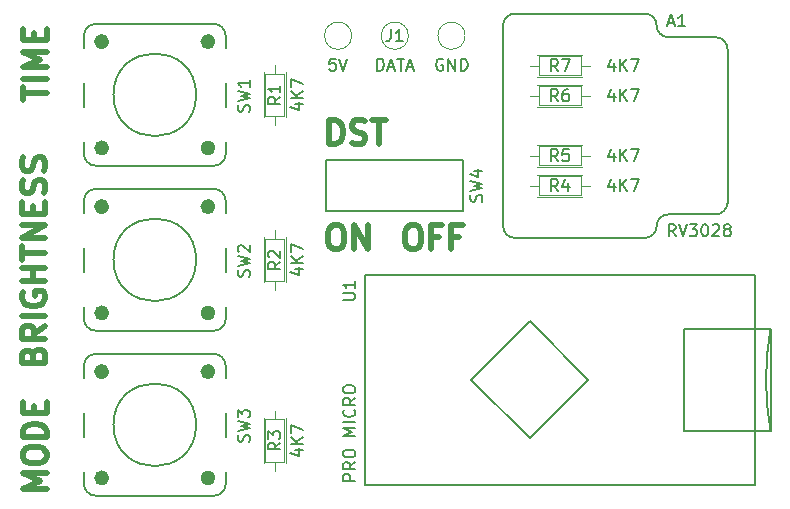
<source format=gbr>
%TF.GenerationSoftware,KiCad,Pcbnew,8.0.6*%
%TF.CreationDate,2024-11-29T18:38:07+11:00*%
%TF.ProjectId,pcb,7063622e-6b69-4636-9164-5f7063625858,rev?*%
%TF.SameCoordinates,Original*%
%TF.FileFunction,Legend,Top*%
%TF.FilePolarity,Positive*%
%FSLAX46Y46*%
G04 Gerber Fmt 4.6, Leading zero omitted, Abs format (unit mm)*
G04 Created by KiCad (PCBNEW 8.0.6) date 2024-11-29 18:38:07*
%MOMM*%
%LPD*%
G01*
G04 APERTURE LIST*
%ADD10C,0.150000*%
%ADD11C,0.500000*%
%ADD12C,0.100000*%
%ADD13C,0.120000*%
%ADD14C,0.203200*%
%ADD15C,0.700000*%
%ADD16C,0.152400*%
G04 APERTURE END LIST*
D10*
X56920000Y-30884819D02*
X56920000Y-29884819D01*
X56920000Y-29884819D02*
X57158095Y-29884819D01*
X57158095Y-29884819D02*
X57300952Y-29932438D01*
X57300952Y-29932438D02*
X57396190Y-30027676D01*
X57396190Y-30027676D02*
X57443809Y-30122914D01*
X57443809Y-30122914D02*
X57491428Y-30313390D01*
X57491428Y-30313390D02*
X57491428Y-30456247D01*
X57491428Y-30456247D02*
X57443809Y-30646723D01*
X57443809Y-30646723D02*
X57396190Y-30741961D01*
X57396190Y-30741961D02*
X57300952Y-30837200D01*
X57300952Y-30837200D02*
X57158095Y-30884819D01*
X57158095Y-30884819D02*
X56920000Y-30884819D01*
X57872381Y-30599104D02*
X58348571Y-30599104D01*
X57777143Y-30884819D02*
X58110476Y-29884819D01*
X58110476Y-29884819D02*
X58443809Y-30884819D01*
X58634286Y-29884819D02*
X59205714Y-29884819D01*
X58920000Y-30884819D02*
X58920000Y-29884819D01*
X59491429Y-30599104D02*
X59967619Y-30599104D01*
X59396191Y-30884819D02*
X59729524Y-29884819D01*
X59729524Y-29884819D02*
X60062857Y-30884819D01*
D11*
X59774385Y-43984238D02*
X60155338Y-43984238D01*
X60155338Y-43984238D02*
X60345814Y-44079476D01*
X60345814Y-44079476D02*
X60536290Y-44269952D01*
X60536290Y-44269952D02*
X60631528Y-44650904D01*
X60631528Y-44650904D02*
X60631528Y-45317571D01*
X60631528Y-45317571D02*
X60536290Y-45698523D01*
X60536290Y-45698523D02*
X60345814Y-45889000D01*
X60345814Y-45889000D02*
X60155338Y-45984238D01*
X60155338Y-45984238D02*
X59774385Y-45984238D01*
X59774385Y-45984238D02*
X59583909Y-45889000D01*
X59583909Y-45889000D02*
X59393433Y-45698523D01*
X59393433Y-45698523D02*
X59298195Y-45317571D01*
X59298195Y-45317571D02*
X59298195Y-44650904D01*
X59298195Y-44650904D02*
X59393433Y-44269952D01*
X59393433Y-44269952D02*
X59583909Y-44079476D01*
X59583909Y-44079476D02*
X59774385Y-43984238D01*
X62155338Y-44936619D02*
X61488671Y-44936619D01*
X61488671Y-45984238D02*
X61488671Y-43984238D01*
X61488671Y-43984238D02*
X62441052Y-43984238D01*
X63869624Y-44936619D02*
X63202957Y-44936619D01*
X63202957Y-45984238D02*
X63202957Y-43984238D01*
X63202957Y-43984238D02*
X64155338Y-43984238D01*
D10*
X53403523Y-29884819D02*
X52927333Y-29884819D01*
X52927333Y-29884819D02*
X52879714Y-30361009D01*
X52879714Y-30361009D02*
X52927333Y-30313390D01*
X52927333Y-30313390D02*
X53022571Y-30265771D01*
X53022571Y-30265771D02*
X53260666Y-30265771D01*
X53260666Y-30265771D02*
X53355904Y-30313390D01*
X53355904Y-30313390D02*
X53403523Y-30361009D01*
X53403523Y-30361009D02*
X53451142Y-30456247D01*
X53451142Y-30456247D02*
X53451142Y-30694342D01*
X53451142Y-30694342D02*
X53403523Y-30789580D01*
X53403523Y-30789580D02*
X53355904Y-30837200D01*
X53355904Y-30837200D02*
X53260666Y-30884819D01*
X53260666Y-30884819D02*
X53022571Y-30884819D01*
X53022571Y-30884819D02*
X52927333Y-30837200D01*
X52927333Y-30837200D02*
X52879714Y-30789580D01*
X53736857Y-29884819D02*
X54070190Y-30884819D01*
X54070190Y-30884819D02*
X54403523Y-29884819D01*
X62484095Y-29932438D02*
X62388857Y-29884819D01*
X62388857Y-29884819D02*
X62246000Y-29884819D01*
X62246000Y-29884819D02*
X62103143Y-29932438D01*
X62103143Y-29932438D02*
X62007905Y-30027676D01*
X62007905Y-30027676D02*
X61960286Y-30122914D01*
X61960286Y-30122914D02*
X61912667Y-30313390D01*
X61912667Y-30313390D02*
X61912667Y-30456247D01*
X61912667Y-30456247D02*
X61960286Y-30646723D01*
X61960286Y-30646723D02*
X62007905Y-30741961D01*
X62007905Y-30741961D02*
X62103143Y-30837200D01*
X62103143Y-30837200D02*
X62246000Y-30884819D01*
X62246000Y-30884819D02*
X62341238Y-30884819D01*
X62341238Y-30884819D02*
X62484095Y-30837200D01*
X62484095Y-30837200D02*
X62531714Y-30789580D01*
X62531714Y-30789580D02*
X62531714Y-30456247D01*
X62531714Y-30456247D02*
X62341238Y-30456247D01*
X62960286Y-30884819D02*
X62960286Y-29884819D01*
X62960286Y-29884819D02*
X63531714Y-30884819D01*
X63531714Y-30884819D02*
X63531714Y-29884819D01*
X64007905Y-30884819D02*
X64007905Y-29884819D01*
X64007905Y-29884819D02*
X64246000Y-29884819D01*
X64246000Y-29884819D02*
X64388857Y-29932438D01*
X64388857Y-29932438D02*
X64484095Y-30027676D01*
X64484095Y-30027676D02*
X64531714Y-30122914D01*
X64531714Y-30122914D02*
X64579333Y-30313390D01*
X64579333Y-30313390D02*
X64579333Y-30456247D01*
X64579333Y-30456247D02*
X64531714Y-30646723D01*
X64531714Y-30646723D02*
X64484095Y-30741961D01*
X64484095Y-30741961D02*
X64388857Y-30837200D01*
X64388857Y-30837200D02*
X64246000Y-30884819D01*
X64246000Y-30884819D02*
X64007905Y-30884819D01*
D11*
X53256089Y-43984238D02*
X53637042Y-43984238D01*
X53637042Y-43984238D02*
X53827518Y-44079476D01*
X53827518Y-44079476D02*
X54017994Y-44269952D01*
X54017994Y-44269952D02*
X54113232Y-44650904D01*
X54113232Y-44650904D02*
X54113232Y-45317571D01*
X54113232Y-45317571D02*
X54017994Y-45698523D01*
X54017994Y-45698523D02*
X53827518Y-45889000D01*
X53827518Y-45889000D02*
X53637042Y-45984238D01*
X53637042Y-45984238D02*
X53256089Y-45984238D01*
X53256089Y-45984238D02*
X53065613Y-45889000D01*
X53065613Y-45889000D02*
X52875137Y-45698523D01*
X52875137Y-45698523D02*
X52779899Y-45317571D01*
X52779899Y-45317571D02*
X52779899Y-44650904D01*
X52779899Y-44650904D02*
X52875137Y-44269952D01*
X52875137Y-44269952D02*
X53065613Y-44079476D01*
X53065613Y-44079476D02*
X53256089Y-43984238D01*
X54970375Y-45984238D02*
X54970375Y-43984238D01*
X54970375Y-43984238D02*
X56113232Y-45984238D01*
X56113232Y-45984238D02*
X56113232Y-43984238D01*
D10*
X76965350Y-30268152D02*
X76965350Y-30934819D01*
X76727255Y-29887200D02*
X76489160Y-30601485D01*
X76489160Y-30601485D02*
X77108207Y-30601485D01*
X77489160Y-30934819D02*
X77489160Y-29934819D01*
X78060588Y-30934819D02*
X77632017Y-30363390D01*
X78060588Y-29934819D02*
X77489160Y-30506247D01*
X78393922Y-29934819D02*
X79060588Y-29934819D01*
X79060588Y-29934819D02*
X78632017Y-30934819D01*
X72223333Y-30934819D02*
X71890000Y-30458628D01*
X71651905Y-30934819D02*
X71651905Y-29934819D01*
X71651905Y-29934819D02*
X72032857Y-29934819D01*
X72032857Y-29934819D02*
X72128095Y-29982438D01*
X72128095Y-29982438D02*
X72175714Y-30030057D01*
X72175714Y-30030057D02*
X72223333Y-30125295D01*
X72223333Y-30125295D02*
X72223333Y-30268152D01*
X72223333Y-30268152D02*
X72175714Y-30363390D01*
X72175714Y-30363390D02*
X72128095Y-30411009D01*
X72128095Y-30411009D02*
X72032857Y-30458628D01*
X72032857Y-30458628D02*
X71651905Y-30458628D01*
X72556667Y-29934819D02*
X73223333Y-29934819D01*
X73223333Y-29934819D02*
X72794762Y-30934819D01*
X65762200Y-41973332D02*
X65809819Y-41830475D01*
X65809819Y-41830475D02*
X65809819Y-41592380D01*
X65809819Y-41592380D02*
X65762200Y-41497142D01*
X65762200Y-41497142D02*
X65714580Y-41449523D01*
X65714580Y-41449523D02*
X65619342Y-41401904D01*
X65619342Y-41401904D02*
X65524104Y-41401904D01*
X65524104Y-41401904D02*
X65428866Y-41449523D01*
X65428866Y-41449523D02*
X65381247Y-41497142D01*
X65381247Y-41497142D02*
X65333628Y-41592380D01*
X65333628Y-41592380D02*
X65286009Y-41782856D01*
X65286009Y-41782856D02*
X65238390Y-41878094D01*
X65238390Y-41878094D02*
X65190771Y-41925713D01*
X65190771Y-41925713D02*
X65095533Y-41973332D01*
X65095533Y-41973332D02*
X65000295Y-41973332D01*
X65000295Y-41973332D02*
X64905057Y-41925713D01*
X64905057Y-41925713D02*
X64857438Y-41878094D01*
X64857438Y-41878094D02*
X64809819Y-41782856D01*
X64809819Y-41782856D02*
X64809819Y-41544761D01*
X64809819Y-41544761D02*
X64857438Y-41401904D01*
X64809819Y-41068570D02*
X65809819Y-40830475D01*
X65809819Y-40830475D02*
X65095533Y-40639999D01*
X65095533Y-40639999D02*
X65809819Y-40449523D01*
X65809819Y-40449523D02*
X64809819Y-40211428D01*
X65143152Y-39401904D02*
X65809819Y-39401904D01*
X64762200Y-39639999D02*
X65476485Y-39878094D01*
X65476485Y-39878094D02*
X65476485Y-39259047D01*
D11*
X52875137Y-37094238D02*
X52875137Y-35094238D01*
X52875137Y-35094238D02*
X53351327Y-35094238D01*
X53351327Y-35094238D02*
X53637042Y-35189476D01*
X53637042Y-35189476D02*
X53827518Y-35379952D01*
X53827518Y-35379952D02*
X53922756Y-35570428D01*
X53922756Y-35570428D02*
X54017994Y-35951380D01*
X54017994Y-35951380D02*
X54017994Y-36237095D01*
X54017994Y-36237095D02*
X53922756Y-36618047D01*
X53922756Y-36618047D02*
X53827518Y-36808523D01*
X53827518Y-36808523D02*
X53637042Y-36999000D01*
X53637042Y-36999000D02*
X53351327Y-37094238D01*
X53351327Y-37094238D02*
X52875137Y-37094238D01*
X54779899Y-36999000D02*
X55065613Y-37094238D01*
X55065613Y-37094238D02*
X55541804Y-37094238D01*
X55541804Y-37094238D02*
X55732280Y-36999000D01*
X55732280Y-36999000D02*
X55827518Y-36903761D01*
X55827518Y-36903761D02*
X55922756Y-36713285D01*
X55922756Y-36713285D02*
X55922756Y-36522809D01*
X55922756Y-36522809D02*
X55827518Y-36332333D01*
X55827518Y-36332333D02*
X55732280Y-36237095D01*
X55732280Y-36237095D02*
X55541804Y-36141857D01*
X55541804Y-36141857D02*
X55160851Y-36046619D01*
X55160851Y-36046619D02*
X54970375Y-35951380D01*
X54970375Y-35951380D02*
X54875137Y-35856142D01*
X54875137Y-35856142D02*
X54779899Y-35665666D01*
X54779899Y-35665666D02*
X54779899Y-35475190D01*
X54779899Y-35475190D02*
X54875137Y-35284714D01*
X54875137Y-35284714D02*
X54970375Y-35189476D01*
X54970375Y-35189476D02*
X55160851Y-35094238D01*
X55160851Y-35094238D02*
X55637042Y-35094238D01*
X55637042Y-35094238D02*
X55922756Y-35189476D01*
X56494185Y-35094238D02*
X57637042Y-35094238D01*
X57065613Y-37094238D02*
X57065613Y-35094238D01*
D10*
X82188207Y-44904819D02*
X81854874Y-44428628D01*
X81616779Y-44904819D02*
X81616779Y-43904819D01*
X81616779Y-43904819D02*
X81997731Y-43904819D01*
X81997731Y-43904819D02*
X82092969Y-43952438D01*
X82092969Y-43952438D02*
X82140588Y-44000057D01*
X82140588Y-44000057D02*
X82188207Y-44095295D01*
X82188207Y-44095295D02*
X82188207Y-44238152D01*
X82188207Y-44238152D02*
X82140588Y-44333390D01*
X82140588Y-44333390D02*
X82092969Y-44381009D01*
X82092969Y-44381009D02*
X81997731Y-44428628D01*
X81997731Y-44428628D02*
X81616779Y-44428628D01*
X82473922Y-43904819D02*
X82807255Y-44904819D01*
X82807255Y-44904819D02*
X83140588Y-43904819D01*
X83378684Y-43904819D02*
X83997731Y-43904819D01*
X83997731Y-43904819D02*
X83664398Y-44285771D01*
X83664398Y-44285771D02*
X83807255Y-44285771D01*
X83807255Y-44285771D02*
X83902493Y-44333390D01*
X83902493Y-44333390D02*
X83950112Y-44381009D01*
X83950112Y-44381009D02*
X83997731Y-44476247D01*
X83997731Y-44476247D02*
X83997731Y-44714342D01*
X83997731Y-44714342D02*
X83950112Y-44809580D01*
X83950112Y-44809580D02*
X83902493Y-44857200D01*
X83902493Y-44857200D02*
X83807255Y-44904819D01*
X83807255Y-44904819D02*
X83521541Y-44904819D01*
X83521541Y-44904819D02*
X83426303Y-44857200D01*
X83426303Y-44857200D02*
X83378684Y-44809580D01*
X84616779Y-43904819D02*
X84712017Y-43904819D01*
X84712017Y-43904819D02*
X84807255Y-43952438D01*
X84807255Y-43952438D02*
X84854874Y-44000057D01*
X84854874Y-44000057D02*
X84902493Y-44095295D01*
X84902493Y-44095295D02*
X84950112Y-44285771D01*
X84950112Y-44285771D02*
X84950112Y-44523866D01*
X84950112Y-44523866D02*
X84902493Y-44714342D01*
X84902493Y-44714342D02*
X84854874Y-44809580D01*
X84854874Y-44809580D02*
X84807255Y-44857200D01*
X84807255Y-44857200D02*
X84712017Y-44904819D01*
X84712017Y-44904819D02*
X84616779Y-44904819D01*
X84616779Y-44904819D02*
X84521541Y-44857200D01*
X84521541Y-44857200D02*
X84473922Y-44809580D01*
X84473922Y-44809580D02*
X84426303Y-44714342D01*
X84426303Y-44714342D02*
X84378684Y-44523866D01*
X84378684Y-44523866D02*
X84378684Y-44285771D01*
X84378684Y-44285771D02*
X84426303Y-44095295D01*
X84426303Y-44095295D02*
X84473922Y-44000057D01*
X84473922Y-44000057D02*
X84521541Y-43952438D01*
X84521541Y-43952438D02*
X84616779Y-43904819D01*
X85331065Y-44000057D02*
X85378684Y-43952438D01*
X85378684Y-43952438D02*
X85473922Y-43904819D01*
X85473922Y-43904819D02*
X85712017Y-43904819D01*
X85712017Y-43904819D02*
X85807255Y-43952438D01*
X85807255Y-43952438D02*
X85854874Y-44000057D01*
X85854874Y-44000057D02*
X85902493Y-44095295D01*
X85902493Y-44095295D02*
X85902493Y-44190533D01*
X85902493Y-44190533D02*
X85854874Y-44333390D01*
X85854874Y-44333390D02*
X85283446Y-44904819D01*
X85283446Y-44904819D02*
X85902493Y-44904819D01*
X86473922Y-44333390D02*
X86378684Y-44285771D01*
X86378684Y-44285771D02*
X86331065Y-44238152D01*
X86331065Y-44238152D02*
X86283446Y-44142914D01*
X86283446Y-44142914D02*
X86283446Y-44095295D01*
X86283446Y-44095295D02*
X86331065Y-44000057D01*
X86331065Y-44000057D02*
X86378684Y-43952438D01*
X86378684Y-43952438D02*
X86473922Y-43904819D01*
X86473922Y-43904819D02*
X86664398Y-43904819D01*
X86664398Y-43904819D02*
X86759636Y-43952438D01*
X86759636Y-43952438D02*
X86807255Y-44000057D01*
X86807255Y-44000057D02*
X86854874Y-44095295D01*
X86854874Y-44095295D02*
X86854874Y-44142914D01*
X86854874Y-44142914D02*
X86807255Y-44238152D01*
X86807255Y-44238152D02*
X86759636Y-44285771D01*
X86759636Y-44285771D02*
X86664398Y-44333390D01*
X86664398Y-44333390D02*
X86473922Y-44333390D01*
X86473922Y-44333390D02*
X86378684Y-44381009D01*
X86378684Y-44381009D02*
X86331065Y-44428628D01*
X86331065Y-44428628D02*
X86283446Y-44523866D01*
X86283446Y-44523866D02*
X86283446Y-44714342D01*
X86283446Y-44714342D02*
X86331065Y-44809580D01*
X86331065Y-44809580D02*
X86378684Y-44857200D01*
X86378684Y-44857200D02*
X86473922Y-44904819D01*
X86473922Y-44904819D02*
X86664398Y-44904819D01*
X86664398Y-44904819D02*
X86759636Y-44857200D01*
X86759636Y-44857200D02*
X86807255Y-44809580D01*
X86807255Y-44809580D02*
X86854874Y-44714342D01*
X86854874Y-44714342D02*
X86854874Y-44523866D01*
X86854874Y-44523866D02*
X86807255Y-44428628D01*
X86807255Y-44428628D02*
X86759636Y-44381009D01*
X86759636Y-44381009D02*
X86664398Y-44333390D01*
X81569160Y-26839104D02*
X82045350Y-26839104D01*
X81473922Y-27124819D02*
X81807255Y-26124819D01*
X81807255Y-26124819D02*
X82140588Y-27124819D01*
X82997731Y-27124819D02*
X82426303Y-27124819D01*
X82712017Y-27124819D02*
X82712017Y-26124819D01*
X82712017Y-26124819D02*
X82616779Y-26267676D01*
X82616779Y-26267676D02*
X82521541Y-26362914D01*
X82521541Y-26362914D02*
X82426303Y-26410533D01*
X46077200Y-48323332D02*
X46124819Y-48180475D01*
X46124819Y-48180475D02*
X46124819Y-47942380D01*
X46124819Y-47942380D02*
X46077200Y-47847142D01*
X46077200Y-47847142D02*
X46029580Y-47799523D01*
X46029580Y-47799523D02*
X45934342Y-47751904D01*
X45934342Y-47751904D02*
X45839104Y-47751904D01*
X45839104Y-47751904D02*
X45743866Y-47799523D01*
X45743866Y-47799523D02*
X45696247Y-47847142D01*
X45696247Y-47847142D02*
X45648628Y-47942380D01*
X45648628Y-47942380D02*
X45601009Y-48132856D01*
X45601009Y-48132856D02*
X45553390Y-48228094D01*
X45553390Y-48228094D02*
X45505771Y-48275713D01*
X45505771Y-48275713D02*
X45410533Y-48323332D01*
X45410533Y-48323332D02*
X45315295Y-48323332D01*
X45315295Y-48323332D02*
X45220057Y-48275713D01*
X45220057Y-48275713D02*
X45172438Y-48228094D01*
X45172438Y-48228094D02*
X45124819Y-48132856D01*
X45124819Y-48132856D02*
X45124819Y-47894761D01*
X45124819Y-47894761D02*
X45172438Y-47751904D01*
X45124819Y-47418570D02*
X46124819Y-47180475D01*
X46124819Y-47180475D02*
X45410533Y-46989999D01*
X45410533Y-46989999D02*
X46124819Y-46799523D01*
X46124819Y-46799523D02*
X45124819Y-46561428D01*
X45220057Y-46228094D02*
X45172438Y-46180475D01*
X45172438Y-46180475D02*
X45124819Y-46085237D01*
X45124819Y-46085237D02*
X45124819Y-45847142D01*
X45124819Y-45847142D02*
X45172438Y-45751904D01*
X45172438Y-45751904D02*
X45220057Y-45704285D01*
X45220057Y-45704285D02*
X45315295Y-45656666D01*
X45315295Y-45656666D02*
X45410533Y-45656666D01*
X45410533Y-45656666D02*
X45553390Y-45704285D01*
X45553390Y-45704285D02*
X46124819Y-46275713D01*
X46124819Y-46275713D02*
X46124819Y-45656666D01*
D11*
X27791619Y-54989999D02*
X27886857Y-54704285D01*
X27886857Y-54704285D02*
X27982095Y-54609047D01*
X27982095Y-54609047D02*
X28172571Y-54513809D01*
X28172571Y-54513809D02*
X28458285Y-54513809D01*
X28458285Y-54513809D02*
X28648761Y-54609047D01*
X28648761Y-54609047D02*
X28744000Y-54704285D01*
X28744000Y-54704285D02*
X28839238Y-54894761D01*
X28839238Y-54894761D02*
X28839238Y-55656666D01*
X28839238Y-55656666D02*
X26839238Y-55656666D01*
X26839238Y-55656666D02*
X26839238Y-54989999D01*
X26839238Y-54989999D02*
X26934476Y-54799523D01*
X26934476Y-54799523D02*
X27029714Y-54704285D01*
X27029714Y-54704285D02*
X27220190Y-54609047D01*
X27220190Y-54609047D02*
X27410666Y-54609047D01*
X27410666Y-54609047D02*
X27601142Y-54704285D01*
X27601142Y-54704285D02*
X27696380Y-54799523D01*
X27696380Y-54799523D02*
X27791619Y-54989999D01*
X27791619Y-54989999D02*
X27791619Y-55656666D01*
X28839238Y-52513809D02*
X27886857Y-53180476D01*
X28839238Y-53656666D02*
X26839238Y-53656666D01*
X26839238Y-53656666D02*
X26839238Y-52894761D01*
X26839238Y-52894761D02*
X26934476Y-52704285D01*
X26934476Y-52704285D02*
X27029714Y-52609047D01*
X27029714Y-52609047D02*
X27220190Y-52513809D01*
X27220190Y-52513809D02*
X27505904Y-52513809D01*
X27505904Y-52513809D02*
X27696380Y-52609047D01*
X27696380Y-52609047D02*
X27791619Y-52704285D01*
X27791619Y-52704285D02*
X27886857Y-52894761D01*
X27886857Y-52894761D02*
X27886857Y-53656666D01*
X28839238Y-51656666D02*
X26839238Y-51656666D01*
X26934476Y-49656666D02*
X26839238Y-49847142D01*
X26839238Y-49847142D02*
X26839238Y-50132856D01*
X26839238Y-50132856D02*
X26934476Y-50418571D01*
X26934476Y-50418571D02*
X27124952Y-50609047D01*
X27124952Y-50609047D02*
X27315428Y-50704285D01*
X27315428Y-50704285D02*
X27696380Y-50799523D01*
X27696380Y-50799523D02*
X27982095Y-50799523D01*
X27982095Y-50799523D02*
X28363047Y-50704285D01*
X28363047Y-50704285D02*
X28553523Y-50609047D01*
X28553523Y-50609047D02*
X28744000Y-50418571D01*
X28744000Y-50418571D02*
X28839238Y-50132856D01*
X28839238Y-50132856D02*
X28839238Y-49942380D01*
X28839238Y-49942380D02*
X28744000Y-49656666D01*
X28744000Y-49656666D02*
X28648761Y-49561428D01*
X28648761Y-49561428D02*
X27982095Y-49561428D01*
X27982095Y-49561428D02*
X27982095Y-49942380D01*
X28839238Y-48704285D02*
X26839238Y-48704285D01*
X27791619Y-48704285D02*
X27791619Y-47561428D01*
X28839238Y-47561428D02*
X26839238Y-47561428D01*
X26839238Y-46894761D02*
X26839238Y-45751904D01*
X28839238Y-46323333D02*
X26839238Y-46323333D01*
X28839238Y-45085237D02*
X26839238Y-45085237D01*
X26839238Y-45085237D02*
X28839238Y-43942380D01*
X28839238Y-43942380D02*
X26839238Y-43942380D01*
X27791619Y-42989999D02*
X27791619Y-42323332D01*
X28839238Y-42037618D02*
X28839238Y-42989999D01*
X28839238Y-42989999D02*
X26839238Y-42989999D01*
X26839238Y-42989999D02*
X26839238Y-42037618D01*
X28744000Y-41275713D02*
X28839238Y-40989999D01*
X28839238Y-40989999D02*
X28839238Y-40513808D01*
X28839238Y-40513808D02*
X28744000Y-40323332D01*
X28744000Y-40323332D02*
X28648761Y-40228094D01*
X28648761Y-40228094D02*
X28458285Y-40132856D01*
X28458285Y-40132856D02*
X28267809Y-40132856D01*
X28267809Y-40132856D02*
X28077333Y-40228094D01*
X28077333Y-40228094D02*
X27982095Y-40323332D01*
X27982095Y-40323332D02*
X27886857Y-40513808D01*
X27886857Y-40513808D02*
X27791619Y-40894761D01*
X27791619Y-40894761D02*
X27696380Y-41085237D01*
X27696380Y-41085237D02*
X27601142Y-41180475D01*
X27601142Y-41180475D02*
X27410666Y-41275713D01*
X27410666Y-41275713D02*
X27220190Y-41275713D01*
X27220190Y-41275713D02*
X27029714Y-41180475D01*
X27029714Y-41180475D02*
X26934476Y-41085237D01*
X26934476Y-41085237D02*
X26839238Y-40894761D01*
X26839238Y-40894761D02*
X26839238Y-40418570D01*
X26839238Y-40418570D02*
X26934476Y-40132856D01*
X28744000Y-39370951D02*
X28839238Y-39085237D01*
X28839238Y-39085237D02*
X28839238Y-38609046D01*
X28839238Y-38609046D02*
X28744000Y-38418570D01*
X28744000Y-38418570D02*
X28648761Y-38323332D01*
X28648761Y-38323332D02*
X28458285Y-38228094D01*
X28458285Y-38228094D02*
X28267809Y-38228094D01*
X28267809Y-38228094D02*
X28077333Y-38323332D01*
X28077333Y-38323332D02*
X27982095Y-38418570D01*
X27982095Y-38418570D02*
X27886857Y-38609046D01*
X27886857Y-38609046D02*
X27791619Y-38989999D01*
X27791619Y-38989999D02*
X27696380Y-39180475D01*
X27696380Y-39180475D02*
X27601142Y-39275713D01*
X27601142Y-39275713D02*
X27410666Y-39370951D01*
X27410666Y-39370951D02*
X27220190Y-39370951D01*
X27220190Y-39370951D02*
X27029714Y-39275713D01*
X27029714Y-39275713D02*
X26934476Y-39180475D01*
X26934476Y-39180475D02*
X26839238Y-38989999D01*
X26839238Y-38989999D02*
X26839238Y-38513808D01*
X26839238Y-38513808D02*
X26934476Y-38228094D01*
D10*
X49968152Y-63015714D02*
X50634819Y-63015714D01*
X49587200Y-63253809D02*
X50301485Y-63491904D01*
X50301485Y-63491904D02*
X50301485Y-62872857D01*
X50634819Y-62491904D02*
X49634819Y-62491904D01*
X50634819Y-61920476D02*
X50063390Y-62349047D01*
X49634819Y-61920476D02*
X50206247Y-62491904D01*
X49634819Y-61587142D02*
X49634819Y-60920476D01*
X49634819Y-60920476D02*
X50634819Y-61349047D01*
X48714819Y-62396666D02*
X48238628Y-62729999D01*
X48714819Y-62968094D02*
X47714819Y-62968094D01*
X47714819Y-62968094D02*
X47714819Y-62587142D01*
X47714819Y-62587142D02*
X47762438Y-62491904D01*
X47762438Y-62491904D02*
X47810057Y-62444285D01*
X47810057Y-62444285D02*
X47905295Y-62396666D01*
X47905295Y-62396666D02*
X48048152Y-62396666D01*
X48048152Y-62396666D02*
X48143390Y-62444285D01*
X48143390Y-62444285D02*
X48191009Y-62491904D01*
X48191009Y-62491904D02*
X48238628Y-62587142D01*
X48238628Y-62587142D02*
X48238628Y-62968094D01*
X47714819Y-62063332D02*
X47714819Y-61444285D01*
X47714819Y-61444285D02*
X48095771Y-61777618D01*
X48095771Y-61777618D02*
X48095771Y-61634761D01*
X48095771Y-61634761D02*
X48143390Y-61539523D01*
X48143390Y-61539523D02*
X48191009Y-61491904D01*
X48191009Y-61491904D02*
X48286247Y-61444285D01*
X48286247Y-61444285D02*
X48524342Y-61444285D01*
X48524342Y-61444285D02*
X48619580Y-61491904D01*
X48619580Y-61491904D02*
X48667200Y-61539523D01*
X48667200Y-61539523D02*
X48714819Y-61634761D01*
X48714819Y-61634761D02*
X48714819Y-61920475D01*
X48714819Y-61920475D02*
X48667200Y-62015713D01*
X48667200Y-62015713D02*
X48619580Y-62063332D01*
X76965350Y-40428152D02*
X76965350Y-41094819D01*
X76727255Y-40047200D02*
X76489160Y-40761485D01*
X76489160Y-40761485D02*
X77108207Y-40761485D01*
X77489160Y-41094819D02*
X77489160Y-40094819D01*
X78060588Y-41094819D02*
X77632017Y-40523390D01*
X78060588Y-40094819D02*
X77489160Y-40666247D01*
X78393922Y-40094819D02*
X79060588Y-40094819D01*
X79060588Y-40094819D02*
X78632017Y-41094819D01*
X72223333Y-41094819D02*
X71890000Y-40618628D01*
X71651905Y-41094819D02*
X71651905Y-40094819D01*
X71651905Y-40094819D02*
X72032857Y-40094819D01*
X72032857Y-40094819D02*
X72128095Y-40142438D01*
X72128095Y-40142438D02*
X72175714Y-40190057D01*
X72175714Y-40190057D02*
X72223333Y-40285295D01*
X72223333Y-40285295D02*
X72223333Y-40428152D01*
X72223333Y-40428152D02*
X72175714Y-40523390D01*
X72175714Y-40523390D02*
X72128095Y-40571009D01*
X72128095Y-40571009D02*
X72032857Y-40618628D01*
X72032857Y-40618628D02*
X71651905Y-40618628D01*
X73080476Y-40428152D02*
X73080476Y-41094819D01*
X72842381Y-40047200D02*
X72604286Y-40761485D01*
X72604286Y-40761485D02*
X73223333Y-40761485D01*
X58086666Y-27394819D02*
X58086666Y-28109104D01*
X58086666Y-28109104D02*
X58039047Y-28251961D01*
X58039047Y-28251961D02*
X57943809Y-28347200D01*
X57943809Y-28347200D02*
X57800952Y-28394819D01*
X57800952Y-28394819D02*
X57705714Y-28394819D01*
X59086666Y-28394819D02*
X58515238Y-28394819D01*
X58800952Y-28394819D02*
X58800952Y-27394819D01*
X58800952Y-27394819D02*
X58705714Y-27537676D01*
X58705714Y-27537676D02*
X58610476Y-27632914D01*
X58610476Y-27632914D02*
X58515238Y-27680533D01*
X49968152Y-33725714D02*
X50634819Y-33725714D01*
X49587200Y-33963809D02*
X50301485Y-34201904D01*
X50301485Y-34201904D02*
X50301485Y-33582857D01*
X50634819Y-33201904D02*
X49634819Y-33201904D01*
X50634819Y-32630476D02*
X50063390Y-33059047D01*
X49634819Y-32630476D02*
X50206247Y-33201904D01*
X49634819Y-32297142D02*
X49634819Y-31630476D01*
X49634819Y-31630476D02*
X50634819Y-32059047D01*
X48714819Y-33106666D02*
X48238628Y-33439999D01*
X48714819Y-33678094D02*
X47714819Y-33678094D01*
X47714819Y-33678094D02*
X47714819Y-33297142D01*
X47714819Y-33297142D02*
X47762438Y-33201904D01*
X47762438Y-33201904D02*
X47810057Y-33154285D01*
X47810057Y-33154285D02*
X47905295Y-33106666D01*
X47905295Y-33106666D02*
X48048152Y-33106666D01*
X48048152Y-33106666D02*
X48143390Y-33154285D01*
X48143390Y-33154285D02*
X48191009Y-33201904D01*
X48191009Y-33201904D02*
X48238628Y-33297142D01*
X48238628Y-33297142D02*
X48238628Y-33678094D01*
X48714819Y-32154285D02*
X48714819Y-32725713D01*
X48714819Y-32439999D02*
X47714819Y-32439999D01*
X47714819Y-32439999D02*
X47857676Y-32535237D01*
X47857676Y-32535237D02*
X47952914Y-32630475D01*
X47952914Y-32630475D02*
X48000533Y-32725713D01*
X76965350Y-37888152D02*
X76965350Y-38554819D01*
X76727255Y-37507200D02*
X76489160Y-38221485D01*
X76489160Y-38221485D02*
X77108207Y-38221485D01*
X77489160Y-38554819D02*
X77489160Y-37554819D01*
X78060588Y-38554819D02*
X77632017Y-37983390D01*
X78060588Y-37554819D02*
X77489160Y-38126247D01*
X78393922Y-37554819D02*
X79060588Y-37554819D01*
X79060588Y-37554819D02*
X78632017Y-38554819D01*
X72223333Y-38554819D02*
X71890000Y-38078628D01*
X71651905Y-38554819D02*
X71651905Y-37554819D01*
X71651905Y-37554819D02*
X72032857Y-37554819D01*
X72032857Y-37554819D02*
X72128095Y-37602438D01*
X72128095Y-37602438D02*
X72175714Y-37650057D01*
X72175714Y-37650057D02*
X72223333Y-37745295D01*
X72223333Y-37745295D02*
X72223333Y-37888152D01*
X72223333Y-37888152D02*
X72175714Y-37983390D01*
X72175714Y-37983390D02*
X72128095Y-38031009D01*
X72128095Y-38031009D02*
X72032857Y-38078628D01*
X72032857Y-38078628D02*
X71651905Y-38078628D01*
X73128095Y-37554819D02*
X72651905Y-37554819D01*
X72651905Y-37554819D02*
X72604286Y-38031009D01*
X72604286Y-38031009D02*
X72651905Y-37983390D01*
X72651905Y-37983390D02*
X72747143Y-37935771D01*
X72747143Y-37935771D02*
X72985238Y-37935771D01*
X72985238Y-37935771D02*
X73080476Y-37983390D01*
X73080476Y-37983390D02*
X73128095Y-38031009D01*
X73128095Y-38031009D02*
X73175714Y-38126247D01*
X73175714Y-38126247D02*
X73175714Y-38364342D01*
X73175714Y-38364342D02*
X73128095Y-38459580D01*
X73128095Y-38459580D02*
X73080476Y-38507200D01*
X73080476Y-38507200D02*
X72985238Y-38554819D01*
X72985238Y-38554819D02*
X72747143Y-38554819D01*
X72747143Y-38554819D02*
X72651905Y-38507200D01*
X72651905Y-38507200D02*
X72604286Y-38459580D01*
X54044819Y-50291904D02*
X54854342Y-50291904D01*
X54854342Y-50291904D02*
X54949580Y-50244285D01*
X54949580Y-50244285D02*
X54997200Y-50196666D01*
X54997200Y-50196666D02*
X55044819Y-50101428D01*
X55044819Y-50101428D02*
X55044819Y-49910952D01*
X55044819Y-49910952D02*
X54997200Y-49815714D01*
X54997200Y-49815714D02*
X54949580Y-49768095D01*
X54949580Y-49768095D02*
X54854342Y-49720476D01*
X54854342Y-49720476D02*
X54044819Y-49720476D01*
X55044819Y-48720476D02*
X55044819Y-49291904D01*
X55044819Y-49006190D02*
X54044819Y-49006190D01*
X54044819Y-49006190D02*
X54187676Y-49101428D01*
X54187676Y-49101428D02*
X54282914Y-49196666D01*
X54282914Y-49196666D02*
X54330533Y-49291904D01*
X55064819Y-65594999D02*
X54064819Y-65594999D01*
X54064819Y-65594999D02*
X54064819Y-65214047D01*
X54064819Y-65214047D02*
X54112438Y-65118809D01*
X54112438Y-65118809D02*
X54160057Y-65071190D01*
X54160057Y-65071190D02*
X54255295Y-65023571D01*
X54255295Y-65023571D02*
X54398152Y-65023571D01*
X54398152Y-65023571D02*
X54493390Y-65071190D01*
X54493390Y-65071190D02*
X54541009Y-65118809D01*
X54541009Y-65118809D02*
X54588628Y-65214047D01*
X54588628Y-65214047D02*
X54588628Y-65594999D01*
X55064819Y-64023571D02*
X54588628Y-64356904D01*
X55064819Y-64594999D02*
X54064819Y-64594999D01*
X54064819Y-64594999D02*
X54064819Y-64214047D01*
X54064819Y-64214047D02*
X54112438Y-64118809D01*
X54112438Y-64118809D02*
X54160057Y-64071190D01*
X54160057Y-64071190D02*
X54255295Y-64023571D01*
X54255295Y-64023571D02*
X54398152Y-64023571D01*
X54398152Y-64023571D02*
X54493390Y-64071190D01*
X54493390Y-64071190D02*
X54541009Y-64118809D01*
X54541009Y-64118809D02*
X54588628Y-64214047D01*
X54588628Y-64214047D02*
X54588628Y-64594999D01*
X54064819Y-63404523D02*
X54064819Y-63214047D01*
X54064819Y-63214047D02*
X54112438Y-63118809D01*
X54112438Y-63118809D02*
X54207676Y-63023571D01*
X54207676Y-63023571D02*
X54398152Y-62975952D01*
X54398152Y-62975952D02*
X54731485Y-62975952D01*
X54731485Y-62975952D02*
X54921961Y-63023571D01*
X54921961Y-63023571D02*
X55017200Y-63118809D01*
X55017200Y-63118809D02*
X55064819Y-63214047D01*
X55064819Y-63214047D02*
X55064819Y-63404523D01*
X55064819Y-63404523D02*
X55017200Y-63499761D01*
X55017200Y-63499761D02*
X54921961Y-63594999D01*
X54921961Y-63594999D02*
X54731485Y-63642618D01*
X54731485Y-63642618D02*
X54398152Y-63642618D01*
X54398152Y-63642618D02*
X54207676Y-63594999D01*
X54207676Y-63594999D02*
X54112438Y-63499761D01*
X54112438Y-63499761D02*
X54064819Y-63404523D01*
X55064819Y-61785475D02*
X54064819Y-61785475D01*
X54064819Y-61785475D02*
X54779104Y-61452142D01*
X54779104Y-61452142D02*
X54064819Y-61118809D01*
X54064819Y-61118809D02*
X55064819Y-61118809D01*
X55064819Y-60642618D02*
X54064819Y-60642618D01*
X54969580Y-59595000D02*
X55017200Y-59642619D01*
X55017200Y-59642619D02*
X55064819Y-59785476D01*
X55064819Y-59785476D02*
X55064819Y-59880714D01*
X55064819Y-59880714D02*
X55017200Y-60023571D01*
X55017200Y-60023571D02*
X54921961Y-60118809D01*
X54921961Y-60118809D02*
X54826723Y-60166428D01*
X54826723Y-60166428D02*
X54636247Y-60214047D01*
X54636247Y-60214047D02*
X54493390Y-60214047D01*
X54493390Y-60214047D02*
X54302914Y-60166428D01*
X54302914Y-60166428D02*
X54207676Y-60118809D01*
X54207676Y-60118809D02*
X54112438Y-60023571D01*
X54112438Y-60023571D02*
X54064819Y-59880714D01*
X54064819Y-59880714D02*
X54064819Y-59785476D01*
X54064819Y-59785476D02*
X54112438Y-59642619D01*
X54112438Y-59642619D02*
X54160057Y-59595000D01*
X55064819Y-58595000D02*
X54588628Y-58928333D01*
X55064819Y-59166428D02*
X54064819Y-59166428D01*
X54064819Y-59166428D02*
X54064819Y-58785476D01*
X54064819Y-58785476D02*
X54112438Y-58690238D01*
X54112438Y-58690238D02*
X54160057Y-58642619D01*
X54160057Y-58642619D02*
X54255295Y-58595000D01*
X54255295Y-58595000D02*
X54398152Y-58595000D01*
X54398152Y-58595000D02*
X54493390Y-58642619D01*
X54493390Y-58642619D02*
X54541009Y-58690238D01*
X54541009Y-58690238D02*
X54588628Y-58785476D01*
X54588628Y-58785476D02*
X54588628Y-59166428D01*
X54064819Y-57975952D02*
X54064819Y-57785476D01*
X54064819Y-57785476D02*
X54112438Y-57690238D01*
X54112438Y-57690238D02*
X54207676Y-57595000D01*
X54207676Y-57595000D02*
X54398152Y-57547381D01*
X54398152Y-57547381D02*
X54731485Y-57547381D01*
X54731485Y-57547381D02*
X54921961Y-57595000D01*
X54921961Y-57595000D02*
X55017200Y-57690238D01*
X55017200Y-57690238D02*
X55064819Y-57785476D01*
X55064819Y-57785476D02*
X55064819Y-57975952D01*
X55064819Y-57975952D02*
X55017200Y-58071190D01*
X55017200Y-58071190D02*
X54921961Y-58166428D01*
X54921961Y-58166428D02*
X54731485Y-58214047D01*
X54731485Y-58214047D02*
X54398152Y-58214047D01*
X54398152Y-58214047D02*
X54207676Y-58166428D01*
X54207676Y-58166428D02*
X54112438Y-58071190D01*
X54112438Y-58071190D02*
X54064819Y-57975952D01*
X46077200Y-34353332D02*
X46124819Y-34210475D01*
X46124819Y-34210475D02*
X46124819Y-33972380D01*
X46124819Y-33972380D02*
X46077200Y-33877142D01*
X46077200Y-33877142D02*
X46029580Y-33829523D01*
X46029580Y-33829523D02*
X45934342Y-33781904D01*
X45934342Y-33781904D02*
X45839104Y-33781904D01*
X45839104Y-33781904D02*
X45743866Y-33829523D01*
X45743866Y-33829523D02*
X45696247Y-33877142D01*
X45696247Y-33877142D02*
X45648628Y-33972380D01*
X45648628Y-33972380D02*
X45601009Y-34162856D01*
X45601009Y-34162856D02*
X45553390Y-34258094D01*
X45553390Y-34258094D02*
X45505771Y-34305713D01*
X45505771Y-34305713D02*
X45410533Y-34353332D01*
X45410533Y-34353332D02*
X45315295Y-34353332D01*
X45315295Y-34353332D02*
X45220057Y-34305713D01*
X45220057Y-34305713D02*
X45172438Y-34258094D01*
X45172438Y-34258094D02*
X45124819Y-34162856D01*
X45124819Y-34162856D02*
X45124819Y-33924761D01*
X45124819Y-33924761D02*
X45172438Y-33781904D01*
X45124819Y-33448570D02*
X46124819Y-33210475D01*
X46124819Y-33210475D02*
X45410533Y-33019999D01*
X45410533Y-33019999D02*
X46124819Y-32829523D01*
X46124819Y-32829523D02*
X45124819Y-32591428D01*
X46124819Y-31686666D02*
X46124819Y-32258094D01*
X46124819Y-31972380D02*
X45124819Y-31972380D01*
X45124819Y-31972380D02*
X45267676Y-32067618D01*
X45267676Y-32067618D02*
X45362914Y-32162856D01*
X45362914Y-32162856D02*
X45410533Y-32258094D01*
D11*
X26939238Y-33379899D02*
X26939238Y-32237042D01*
X28939238Y-32808471D02*
X26939238Y-32808471D01*
X28939238Y-31570375D02*
X26939238Y-31570375D01*
X28939238Y-30617994D02*
X26939238Y-30617994D01*
X26939238Y-30617994D02*
X28367809Y-29951327D01*
X28367809Y-29951327D02*
X26939238Y-29284661D01*
X26939238Y-29284661D02*
X28939238Y-29284661D01*
X27891619Y-28332280D02*
X27891619Y-27665613D01*
X28939238Y-27379899D02*
X28939238Y-28332280D01*
X28939238Y-28332280D02*
X26939238Y-28332280D01*
X26939238Y-28332280D02*
X26939238Y-27379899D01*
D10*
X76965350Y-32808152D02*
X76965350Y-33474819D01*
X76727255Y-32427200D02*
X76489160Y-33141485D01*
X76489160Y-33141485D02*
X77108207Y-33141485D01*
X77489160Y-33474819D02*
X77489160Y-32474819D01*
X78060588Y-33474819D02*
X77632017Y-32903390D01*
X78060588Y-32474819D02*
X77489160Y-33046247D01*
X78393922Y-32474819D02*
X79060588Y-32474819D01*
X79060588Y-32474819D02*
X78632017Y-33474819D01*
X72223333Y-33474819D02*
X71890000Y-32998628D01*
X71651905Y-33474819D02*
X71651905Y-32474819D01*
X71651905Y-32474819D02*
X72032857Y-32474819D01*
X72032857Y-32474819D02*
X72128095Y-32522438D01*
X72128095Y-32522438D02*
X72175714Y-32570057D01*
X72175714Y-32570057D02*
X72223333Y-32665295D01*
X72223333Y-32665295D02*
X72223333Y-32808152D01*
X72223333Y-32808152D02*
X72175714Y-32903390D01*
X72175714Y-32903390D02*
X72128095Y-32951009D01*
X72128095Y-32951009D02*
X72032857Y-32998628D01*
X72032857Y-32998628D02*
X71651905Y-32998628D01*
X73080476Y-32474819D02*
X72890000Y-32474819D01*
X72890000Y-32474819D02*
X72794762Y-32522438D01*
X72794762Y-32522438D02*
X72747143Y-32570057D01*
X72747143Y-32570057D02*
X72651905Y-32712914D01*
X72651905Y-32712914D02*
X72604286Y-32903390D01*
X72604286Y-32903390D02*
X72604286Y-33284342D01*
X72604286Y-33284342D02*
X72651905Y-33379580D01*
X72651905Y-33379580D02*
X72699524Y-33427200D01*
X72699524Y-33427200D02*
X72794762Y-33474819D01*
X72794762Y-33474819D02*
X72985238Y-33474819D01*
X72985238Y-33474819D02*
X73080476Y-33427200D01*
X73080476Y-33427200D02*
X73128095Y-33379580D01*
X73128095Y-33379580D02*
X73175714Y-33284342D01*
X73175714Y-33284342D02*
X73175714Y-33046247D01*
X73175714Y-33046247D02*
X73128095Y-32951009D01*
X73128095Y-32951009D02*
X73080476Y-32903390D01*
X73080476Y-32903390D02*
X72985238Y-32855771D01*
X72985238Y-32855771D02*
X72794762Y-32855771D01*
X72794762Y-32855771D02*
X72699524Y-32903390D01*
X72699524Y-32903390D02*
X72651905Y-32951009D01*
X72651905Y-32951009D02*
X72604286Y-33046247D01*
X46077200Y-62293332D02*
X46124819Y-62150475D01*
X46124819Y-62150475D02*
X46124819Y-61912380D01*
X46124819Y-61912380D02*
X46077200Y-61817142D01*
X46077200Y-61817142D02*
X46029580Y-61769523D01*
X46029580Y-61769523D02*
X45934342Y-61721904D01*
X45934342Y-61721904D02*
X45839104Y-61721904D01*
X45839104Y-61721904D02*
X45743866Y-61769523D01*
X45743866Y-61769523D02*
X45696247Y-61817142D01*
X45696247Y-61817142D02*
X45648628Y-61912380D01*
X45648628Y-61912380D02*
X45601009Y-62102856D01*
X45601009Y-62102856D02*
X45553390Y-62198094D01*
X45553390Y-62198094D02*
X45505771Y-62245713D01*
X45505771Y-62245713D02*
X45410533Y-62293332D01*
X45410533Y-62293332D02*
X45315295Y-62293332D01*
X45315295Y-62293332D02*
X45220057Y-62245713D01*
X45220057Y-62245713D02*
X45172438Y-62198094D01*
X45172438Y-62198094D02*
X45124819Y-62102856D01*
X45124819Y-62102856D02*
X45124819Y-61864761D01*
X45124819Y-61864761D02*
X45172438Y-61721904D01*
X45124819Y-61388570D02*
X46124819Y-61150475D01*
X46124819Y-61150475D02*
X45410533Y-60959999D01*
X45410533Y-60959999D02*
X46124819Y-60769523D01*
X46124819Y-60769523D02*
X45124819Y-60531428D01*
X45124819Y-60245713D02*
X45124819Y-59626666D01*
X45124819Y-59626666D02*
X45505771Y-59959999D01*
X45505771Y-59959999D02*
X45505771Y-59817142D01*
X45505771Y-59817142D02*
X45553390Y-59721904D01*
X45553390Y-59721904D02*
X45601009Y-59674285D01*
X45601009Y-59674285D02*
X45696247Y-59626666D01*
X45696247Y-59626666D02*
X45934342Y-59626666D01*
X45934342Y-59626666D02*
X46029580Y-59674285D01*
X46029580Y-59674285D02*
X46077200Y-59721904D01*
X46077200Y-59721904D02*
X46124819Y-59817142D01*
X46124819Y-59817142D02*
X46124819Y-60102856D01*
X46124819Y-60102856D02*
X46077200Y-60198094D01*
X46077200Y-60198094D02*
X46029580Y-60245713D01*
D11*
X28939238Y-66297862D02*
X26939238Y-66297862D01*
X26939238Y-66297862D02*
X28367809Y-65631195D01*
X28367809Y-65631195D02*
X26939238Y-64964529D01*
X26939238Y-64964529D02*
X28939238Y-64964529D01*
X26939238Y-63631196D02*
X26939238Y-63250243D01*
X26939238Y-63250243D02*
X27034476Y-63059767D01*
X27034476Y-63059767D02*
X27224952Y-62869291D01*
X27224952Y-62869291D02*
X27605904Y-62774053D01*
X27605904Y-62774053D02*
X28272571Y-62774053D01*
X28272571Y-62774053D02*
X28653523Y-62869291D01*
X28653523Y-62869291D02*
X28844000Y-63059767D01*
X28844000Y-63059767D02*
X28939238Y-63250243D01*
X28939238Y-63250243D02*
X28939238Y-63631196D01*
X28939238Y-63631196D02*
X28844000Y-63821672D01*
X28844000Y-63821672D02*
X28653523Y-64012148D01*
X28653523Y-64012148D02*
X28272571Y-64107386D01*
X28272571Y-64107386D02*
X27605904Y-64107386D01*
X27605904Y-64107386D02*
X27224952Y-64012148D01*
X27224952Y-64012148D02*
X27034476Y-63821672D01*
X27034476Y-63821672D02*
X26939238Y-63631196D01*
X28939238Y-61916910D02*
X26939238Y-61916910D01*
X26939238Y-61916910D02*
X26939238Y-61440720D01*
X26939238Y-61440720D02*
X27034476Y-61155005D01*
X27034476Y-61155005D02*
X27224952Y-60964529D01*
X27224952Y-60964529D02*
X27415428Y-60869291D01*
X27415428Y-60869291D02*
X27796380Y-60774053D01*
X27796380Y-60774053D02*
X28082095Y-60774053D01*
X28082095Y-60774053D02*
X28463047Y-60869291D01*
X28463047Y-60869291D02*
X28653523Y-60964529D01*
X28653523Y-60964529D02*
X28844000Y-61155005D01*
X28844000Y-61155005D02*
X28939238Y-61440720D01*
X28939238Y-61440720D02*
X28939238Y-61916910D01*
X27891619Y-59916910D02*
X27891619Y-59250243D01*
X28939238Y-58964529D02*
X28939238Y-59916910D01*
X28939238Y-59916910D02*
X26939238Y-59916910D01*
X26939238Y-59916910D02*
X26939238Y-58964529D01*
D10*
X49968152Y-47695714D02*
X50634819Y-47695714D01*
X49587200Y-47933809D02*
X50301485Y-48171904D01*
X50301485Y-48171904D02*
X50301485Y-47552857D01*
X50634819Y-47171904D02*
X49634819Y-47171904D01*
X50634819Y-46600476D02*
X50063390Y-47029047D01*
X49634819Y-46600476D02*
X50206247Y-47171904D01*
X49634819Y-46267142D02*
X49634819Y-45600476D01*
X49634819Y-45600476D02*
X50634819Y-46029047D01*
X48714819Y-47076666D02*
X48238628Y-47409999D01*
X48714819Y-47648094D02*
X47714819Y-47648094D01*
X47714819Y-47648094D02*
X47714819Y-47267142D01*
X47714819Y-47267142D02*
X47762438Y-47171904D01*
X47762438Y-47171904D02*
X47810057Y-47124285D01*
X47810057Y-47124285D02*
X47905295Y-47076666D01*
X47905295Y-47076666D02*
X48048152Y-47076666D01*
X48048152Y-47076666D02*
X48143390Y-47124285D01*
X48143390Y-47124285D02*
X48191009Y-47171904D01*
X48191009Y-47171904D02*
X48238628Y-47267142D01*
X48238628Y-47267142D02*
X48238628Y-47648094D01*
X47810057Y-46695713D02*
X47762438Y-46648094D01*
X47762438Y-46648094D02*
X47714819Y-46552856D01*
X47714819Y-46552856D02*
X47714819Y-46314761D01*
X47714819Y-46314761D02*
X47762438Y-46219523D01*
X47762438Y-46219523D02*
X47810057Y-46171904D01*
X47810057Y-46171904D02*
X47905295Y-46124285D01*
X47905295Y-46124285D02*
X48000533Y-46124285D01*
X48000533Y-46124285D02*
X48143390Y-46171904D01*
X48143390Y-46171904D02*
X48714819Y-46743332D01*
X48714819Y-46743332D02*
X48714819Y-46124285D01*
D12*
%TO.C,R7*%
X69850000Y-30480000D02*
X70590000Y-30480000D01*
X70590000Y-29680000D02*
X70590000Y-31280000D01*
X70590000Y-31280000D02*
X74190000Y-31280000D01*
X74190000Y-29680000D02*
X70590000Y-29680000D01*
X74190000Y-31280000D02*
X74190000Y-29680000D01*
D13*
X74310000Y-29560000D02*
X70470000Y-29560000D01*
X74310000Y-31400000D02*
X70470000Y-31400000D01*
D12*
X74930000Y-30480000D02*
X74190000Y-30480000D01*
D14*
%TO.C,SW4*%
X52605000Y-38465000D02*
X52605000Y-42815000D01*
X52605000Y-42815000D02*
X64235000Y-42815000D01*
X64235000Y-38465000D02*
X52605000Y-38465000D01*
X64235000Y-42815000D02*
X64235000Y-38465000D01*
%TO.C,A1*%
X67590000Y-44060000D02*
X67590000Y-27060000D01*
X68590000Y-26060000D02*
X79590000Y-26060000D01*
X79590000Y-45060000D02*
X68590000Y-45060000D01*
X81590000Y-28060000D02*
X85590000Y-28060000D01*
X81590000Y-43060000D02*
X85590000Y-43060000D01*
X86590000Y-29060000D02*
X86590000Y-42060000D01*
X67590000Y-27060000D02*
G75*
G02*
X68590000Y-26060000I1000000J0D01*
G01*
X68590000Y-45060000D02*
G75*
G02*
X67590000Y-44060000I0J1000000D01*
G01*
X79590000Y-26060000D02*
G75*
G02*
X80590000Y-27060000I0J-1000000D01*
G01*
X80590000Y-44060000D02*
G75*
G02*
X79590000Y-45060000I-1000000J0D01*
G01*
X80590000Y-44060000D02*
G75*
G02*
X81590000Y-43060000I1000000J0D01*
G01*
X81590000Y-28060000D02*
G75*
G02*
X80590000Y-27060000I0J1000000D01*
G01*
X85590000Y-28060000D02*
G75*
G02*
X86590000Y-29060000I0J-1000000D01*
G01*
X86590000Y-42060000D02*
G75*
G02*
X85590000Y-43060000I-1000000J0D01*
G01*
%TO.C,SW2*%
X32100000Y-42910000D02*
X32100000Y-41910000D01*
X32100000Y-47910000D02*
X32100000Y-45910000D01*
X32100000Y-51910000D02*
X32100000Y-50910000D01*
X33100000Y-40910000D02*
X43100000Y-40910000D01*
X43100000Y-52910000D02*
X33100000Y-52910000D01*
X44100000Y-41910000D02*
X44100000Y-42910000D01*
X44100000Y-45910000D02*
X44100000Y-47910000D01*
X44100000Y-50910000D02*
X44100000Y-51910000D01*
X32100000Y-41910000D02*
G75*
G02*
X33100000Y-40910000I999999J1D01*
G01*
X33100000Y-52910000D02*
G75*
G02*
X32100000Y-51910000I-1J999999D01*
G01*
X43100000Y-40910000D02*
G75*
G02*
X44100000Y-41910000I0J-1000000D01*
G01*
X44100000Y-51910000D02*
G75*
G02*
X43100000Y-52910000I-1000000J0D01*
G01*
D15*
X33900000Y-42410000D02*
G75*
G02*
X33300000Y-42410000I-300000J0D01*
G01*
X33300000Y-42410000D02*
G75*
G02*
X33900000Y-42410000I300000J0D01*
G01*
X33900000Y-51410000D02*
G75*
G02*
X33300000Y-51410000I-300000J0D01*
G01*
X33300000Y-51410000D02*
G75*
G02*
X33900000Y-51410000I300000J0D01*
G01*
D14*
X41600000Y-46910000D02*
G75*
G02*
X34600000Y-46910000I-3500000J0D01*
G01*
X34600000Y-46910000D02*
G75*
G02*
X41600000Y-46910000I3500000J0D01*
G01*
D15*
X42900000Y-42410000D02*
G75*
G02*
X42300000Y-42410000I-300000J0D01*
G01*
X42300000Y-42410000D02*
G75*
G02*
X42900000Y-42410000I300000J0D01*
G01*
X42900000Y-51410000D02*
G75*
G02*
X42300000Y-51410000I-300000J0D01*
G01*
X42300000Y-51410000D02*
G75*
G02*
X42900000Y-51410000I300000J0D01*
G01*
D13*
%TO.C,R3*%
X47340000Y-64150000D02*
X47340000Y-60310000D01*
D12*
X47460000Y-60430000D02*
X47460000Y-64030000D01*
X47460000Y-64030000D02*
X49060000Y-64030000D01*
X48260000Y-59690000D02*
X48260000Y-60430000D01*
X48260000Y-64770000D02*
X48260000Y-64030000D01*
X49060000Y-60430000D02*
X47460000Y-60430000D01*
X49060000Y-64030000D02*
X49060000Y-60430000D01*
D13*
X49180000Y-64150000D02*
X49180000Y-60310000D01*
D12*
%TO.C,R4*%
X69850000Y-40640000D02*
X70590000Y-40640000D01*
D13*
X70470000Y-39720000D02*
X74310000Y-39720000D01*
X70470000Y-41560000D02*
X74310000Y-41560000D01*
D12*
X70590000Y-39840000D02*
X70590000Y-41440000D01*
X70590000Y-41440000D02*
X74190000Y-41440000D01*
X74190000Y-39840000D02*
X70590000Y-39840000D01*
X74190000Y-41440000D02*
X74190000Y-39840000D01*
X74930000Y-40640000D02*
X74190000Y-40640000D01*
%TO.C,J1*%
X54770000Y-27940000D02*
G75*
G02*
X52470000Y-27940000I-1150000J0D01*
G01*
X52470000Y-27940000D02*
G75*
G02*
X54770000Y-27940000I1150000J0D01*
G01*
X59570000Y-27940000D02*
G75*
G02*
X57270000Y-27940000I-1150000J0D01*
G01*
X57270000Y-27940000D02*
G75*
G02*
X59570000Y-27940000I1150000J0D01*
G01*
X64370000Y-27940000D02*
G75*
G02*
X62070000Y-27940000I-1150000J0D01*
G01*
X62070000Y-27940000D02*
G75*
G02*
X64370000Y-27940000I1150000J0D01*
G01*
D13*
%TO.C,R1*%
X47340000Y-34860000D02*
X47340000Y-31020000D01*
D12*
X47460000Y-31140000D02*
X47460000Y-34740000D01*
X47460000Y-34740000D02*
X49060000Y-34740000D01*
X48260000Y-30400000D02*
X48260000Y-31140000D01*
X48260000Y-35480000D02*
X48260000Y-34740000D01*
X49060000Y-31140000D02*
X47460000Y-31140000D01*
X49060000Y-34740000D02*
X49060000Y-31140000D01*
D13*
X49180000Y-34860000D02*
X49180000Y-31020000D01*
D12*
%TO.C,R5*%
X69850000Y-38100000D02*
X70590000Y-38100000D01*
X70590000Y-37300000D02*
X70590000Y-38900000D01*
X70590000Y-38900000D02*
X74190000Y-38900000D01*
X74190000Y-37300000D02*
X70590000Y-37300000D01*
X74190000Y-38900000D02*
X74190000Y-37300000D01*
D13*
X74310000Y-37180000D02*
X70470000Y-37180000D01*
X74310000Y-39020000D02*
X70470000Y-39020000D01*
D12*
X74930000Y-38100000D02*
X74190000Y-38100000D01*
D16*
%TO.C,U1*%
X55880000Y-48180000D02*
X55880000Y-65960000D01*
D14*
X55880000Y-65960000D02*
X55880000Y-48180000D01*
D16*
X55880000Y-65960000D02*
X88900000Y-65960000D01*
D14*
X64897000Y-57070000D02*
X69850000Y-62023000D01*
X69850000Y-52117000D02*
X64897000Y-57070000D01*
X69850000Y-62023000D02*
X74803000Y-57070000D01*
X74803000Y-57070000D02*
X69850000Y-52117000D01*
X82931000Y-52752000D02*
X90233500Y-52752000D01*
X82931000Y-61388000D02*
X82931000Y-52752000D01*
D16*
X88900000Y-48180000D02*
X55880000Y-48180000D01*
D14*
X88900000Y-48180000D02*
X86360000Y-48180000D01*
X88900000Y-51990000D02*
X88900000Y-48180000D01*
X88900000Y-62150000D02*
X88900000Y-65960000D01*
X88900000Y-65960000D02*
X86360000Y-65960000D01*
D16*
X88900000Y-65960000D02*
X88900000Y-48180000D01*
D14*
X90233500Y-52752000D02*
X90233500Y-61388000D01*
X90233500Y-61388000D02*
X82931000Y-61388000D01*
X90233500Y-61388000D02*
G75*
G02*
X90233500Y-52752000I24145871J4318000D01*
G01*
%TO.C,SW1*%
X32100000Y-28940000D02*
X32100000Y-27940000D01*
X32100000Y-33940000D02*
X32100000Y-31940000D01*
X32100000Y-37940000D02*
X32100000Y-36940000D01*
X33100000Y-26940000D02*
X43100000Y-26940000D01*
X43100000Y-38940000D02*
X33100000Y-38940000D01*
X44100000Y-27940000D02*
X44100000Y-28940000D01*
X44100000Y-31940000D02*
X44100000Y-33940000D01*
X44100000Y-36940000D02*
X44100000Y-37940000D01*
X32100000Y-27940000D02*
G75*
G02*
X33100000Y-26940000I999999J1D01*
G01*
X33100000Y-38940000D02*
G75*
G02*
X32100000Y-37940000I-1J999999D01*
G01*
X43100000Y-26940000D02*
G75*
G02*
X44100000Y-27940000I0J-1000000D01*
G01*
X44100000Y-37940000D02*
G75*
G02*
X43100000Y-38940000I-1000000J0D01*
G01*
D15*
X33900000Y-28440000D02*
G75*
G02*
X33300000Y-28440000I-300000J0D01*
G01*
X33300000Y-28440000D02*
G75*
G02*
X33900000Y-28440000I300000J0D01*
G01*
X33900000Y-37440000D02*
G75*
G02*
X33300000Y-37440000I-300000J0D01*
G01*
X33300000Y-37440000D02*
G75*
G02*
X33900000Y-37440000I300000J0D01*
G01*
D14*
X41600000Y-32940000D02*
G75*
G02*
X34600000Y-32940000I-3500000J0D01*
G01*
X34600000Y-32940000D02*
G75*
G02*
X41600000Y-32940000I3500000J0D01*
G01*
D15*
X42900000Y-28440000D02*
G75*
G02*
X42300000Y-28440000I-300000J0D01*
G01*
X42300000Y-28440000D02*
G75*
G02*
X42900000Y-28440000I300000J0D01*
G01*
X42900000Y-37440000D02*
G75*
G02*
X42300000Y-37440000I-300000J0D01*
G01*
X42300000Y-37440000D02*
G75*
G02*
X42900000Y-37440000I300000J0D01*
G01*
D12*
%TO.C,R6*%
X69850000Y-33020000D02*
X70590000Y-33020000D01*
D13*
X70470000Y-32100000D02*
X74310000Y-32100000D01*
X70470000Y-33940000D02*
X74310000Y-33940000D01*
D12*
X70590000Y-32220000D02*
X70590000Y-33820000D01*
X70590000Y-33820000D02*
X74190000Y-33820000D01*
X74190000Y-32220000D02*
X70590000Y-32220000D01*
X74190000Y-33820000D02*
X74190000Y-32220000D01*
X74930000Y-33020000D02*
X74190000Y-33020000D01*
D14*
%TO.C,SW3*%
X32100000Y-56880000D02*
X32100000Y-55880000D01*
X32100000Y-61880000D02*
X32100000Y-59880000D01*
X32100000Y-65880000D02*
X32100000Y-64880000D01*
X33100000Y-54880000D02*
X43100000Y-54880000D01*
X43100000Y-66880000D02*
X33100000Y-66880000D01*
X44100000Y-55880000D02*
X44100000Y-56880000D01*
X44100000Y-59880000D02*
X44100000Y-61880000D01*
X44100000Y-64880000D02*
X44100000Y-65880000D01*
X32100000Y-55880000D02*
G75*
G02*
X33100000Y-54880000I999999J1D01*
G01*
X33100000Y-66880000D02*
G75*
G02*
X32100000Y-65880000I-1J999999D01*
G01*
X43100000Y-54880000D02*
G75*
G02*
X44100000Y-55880000I0J-1000000D01*
G01*
X44100000Y-65880000D02*
G75*
G02*
X43100000Y-66880000I-1000000J0D01*
G01*
D15*
X33900000Y-56380000D02*
G75*
G02*
X33300000Y-56380000I-300000J0D01*
G01*
X33300000Y-56380000D02*
G75*
G02*
X33900000Y-56380000I300000J0D01*
G01*
X33900000Y-65380000D02*
G75*
G02*
X33300000Y-65380000I-300000J0D01*
G01*
X33300000Y-65380000D02*
G75*
G02*
X33900000Y-65380000I300000J0D01*
G01*
D14*
X41600000Y-60880000D02*
G75*
G02*
X34600000Y-60880000I-3500000J0D01*
G01*
X34600000Y-60880000D02*
G75*
G02*
X41600000Y-60880000I3500000J0D01*
G01*
D15*
X42900000Y-56380000D02*
G75*
G02*
X42300000Y-56380000I-300000J0D01*
G01*
X42300000Y-56380000D02*
G75*
G02*
X42900000Y-56380000I300000J0D01*
G01*
X42900000Y-65380000D02*
G75*
G02*
X42300000Y-65380000I-300000J0D01*
G01*
X42300000Y-65380000D02*
G75*
G02*
X42900000Y-65380000I300000J0D01*
G01*
D13*
%TO.C,R2*%
X47340000Y-48830000D02*
X47340000Y-44990000D01*
D12*
X47460000Y-45110000D02*
X47460000Y-48710000D01*
X47460000Y-48710000D02*
X49060000Y-48710000D01*
X48260000Y-44370000D02*
X48260000Y-45110000D01*
X48260000Y-49450000D02*
X48260000Y-48710000D01*
X49060000Y-45110000D02*
X47460000Y-45110000D01*
X49060000Y-48710000D02*
X49060000Y-45110000D01*
D13*
X49180000Y-48830000D02*
X49180000Y-44990000D01*
%TD*%
M02*

</source>
